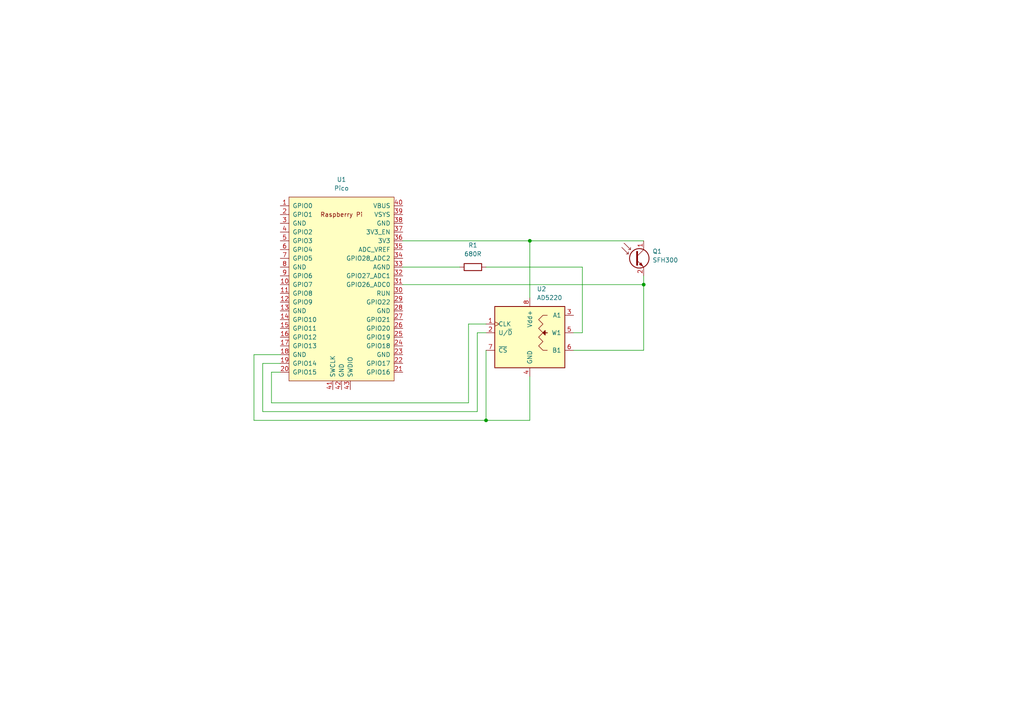
<source format=kicad_sch>
(kicad_sch (version 20211123) (generator eeschema)
  (paper "A4")
  (lib_symbols
    (symbol "Device:R" (pin_numbers hide) (pin_names (offset 0))
      (property "Reference" "R" (at 2.032 0 90))
      (property "Value" "R" (at 0 0 90))
      (symbol "R_0_1"
        (rectangle (start -1.016 -2.54) (end 1.016 2.54) (stroke (width 0.254)))
      )
      (symbol "R_1_1"
        (pin passive line (at 0 3.81 270) (length 1.27) (name "~") (number "1"))
        (pin passive line (at 0 -3.81 90) (length 1.27) (name "~") (number "2"))
      )
    )
    (symbol "Extras:AD5220" (pin_names (offset 1.016))
      (property "Reference" "U2" (at 2.0194 12.7 0))
      (property "Value" "AD5220" (at 2.0194 10.16 0))
      (symbol "AD5220_0_1"
        (rectangle (start -10.16 7.62) (end 10.16 -10.16) (stroke (width 0.254)) (fill (type background)))
        (polyline (pts (xy 4.445 0) (xy 5.08 0)) (stroke (width 0.254)))
        (polyline (pts (xy 3.81 0) (xy 4.445 0.635) (xy 4.445 -0.635) (xy 3.81 0)) (stroke (width 0.254)) (fill (type outline)))
        (polyline (pts (xy 5.08 5.08) (xy 3.81 5.08) (xy 2.54 3.81) (xy 3.81 2.54) (xy 2.54 1.27) (xy 3.81 0) (xy 2.54 -1.27) (xy 3.81 -2.54) (xy 2.54 -3.81) (xy 3.81 -5.08) (xy 5.08 -5.08) (xy 5.08 -5.08) (xy 5.08 -5.08)))
      )
      (symbol "AD5220_1_1"
        (pin input clock (at -12.7 2.54 0) (length 2.54) (name "CLK") (number "1"))
        (pin input line (at -12.7 0 0) (length 2.54) (name "U/~{D}") (number "2"))
        (pin passive line (at 12.7 5.08 180) (length 2.54) (name "A1") (number "3"))
        (pin power_in line (at 0 -12.7 90) (length 2.54) (name "GND") (number "4"))
        (pin passive line (at 12.7 0 180) (length 2.54) (name "W1") (number "5"))
        (pin passive line (at 12.7 -5.08 180) (length 2.54) (name "B1") (number "6"))
        (pin input line (at -12.7 -5.08 0) (length 2.54) (name "~{CS}") (number "7"))
        (pin power_in line (at 0 10.16 270) (length 2.54) (name "Vdd+") (number "8"))
      )
    )
    (symbol "Sensor_Optical:SFH300" (pin_names (offset 0) hide)
      (property "Reference" "Q" (at 5.08 1.27 0))
      (property "Value" "SFH300" (at 5.08 -1.27 0))
      (symbol "SFH300_0_1"
        (polyline (pts (xy -1.905 1.27) (xy -2.54 1.27)))
        (polyline (pts (xy -1.27 2.54) (xy -1.905 2.54)))
        (polyline (pts (xy 0.635 0.635) (xy 2.54 2.54)))
        (polyline (pts (xy -3.81 3.175) (xy -1.905 1.27) (xy -1.905 1.905)))
        (polyline (pts (xy -3.175 4.445) (xy -1.27 2.54) (xy -1.27 3.175)))
        (polyline (pts (xy 0.635 -0.635) (xy 2.54 -2.54) (xy 2.54 -2.54)))
        (polyline (pts (xy 0.635 1.905) (xy 0.635 -1.905) (xy 0.635 -1.905)) (stroke (width 0.508)))
        (polyline (pts (xy 1.27 -1.778) (xy 1.778 -1.27) (xy 2.286 -2.286) (xy 1.27 -1.778) (xy 1.27 -1.778)) (fill (type outline)))
        (circle (center 1.27 0) (radius 2.8194) (stroke (width 0.254)))
      )
      (symbol "SFH300_1_1"
        (pin passive line (at 2.54 5.08 270) (length 2.54) (name "C") (number "1"))
        (pin passive line (at 2.54 -5.08 90) (length 2.54) (name "E") (number "2"))
      )
    )
    (symbol "VGA-RPI:Pico" (pin_names (offset 1.016))
      (property "Reference" "U" (at -13.97 27.94 0))
      (property "Value" "Pico" (at 0 19.05 0))
      (symbol "Pico_0_0"
        (text "Raspberry Pi" (at 0 21.59 0) (effects (font (size 1.27 1.27))))
      )
      (symbol "Pico_0_1"
        (rectangle (start -15.24 26.67) (end 15.24 -26.67) (fill (type background)))
      )
      (symbol "Pico_1_1"
        (pin bidirectional line (at -17.78 24.13 0) (length 2.54) (name "GPIO0") (number "1"))
        (pin bidirectional line (at -17.78 1.27 0) (length 2.54) (name "GPIO7") (number "10"))
        (pin bidirectional line (at -17.78 -1.27 0) (length 2.54) (name "GPIO8") (number "11"))
        (pin bidirectional line (at -17.78 -3.81 0) (length 2.54) (name "GPIO9") (number "12"))
        (pin power_in line (at -17.78 -6.35 0) (length 2.54) (name "GND") (number "13"))
        (pin bidirectional line (at -17.78 -8.89 0) (length 2.54) (name "GPIO10") (number "14"))
        (pin bidirectional line (at -17.78 -11.43 0) (length 2.54) (name "GPIO11") (number "15"))
        (pin bidirectional line (at -17.78 -13.97 0) (length 2.54) (name "GPIO12") (number "16"))
        (pin bidirectional line (at -17.78 -16.51 0) (length 2.54) (name "GPIO13") (number "17"))
        (pin power_in line (at -17.78 -19.05 0) (length 2.54) (name "GND") (number "18"))
        (pin bidirectional line (at -17.78 -21.59 0) (length 2.54) (name "GPIO14") (number "19"))
        (pin bidirectional line (at -17.78 21.59 0) (length 2.54) (name "GPIO1") (number "2"))
        (pin bidirectional line (at -17.78 -24.13 0) (length 2.54) (name "GPIO15") (number "20"))
        (pin bidirectional line (at 17.78 -24.13 180) (length 2.54) (name "GPIO16") (number "21"))
        (pin bidirectional line (at 17.78 -21.59 180) (length 2.54) (name "GPIO17") (number "22"))
        (pin power_in line (at 17.78 -19.05 180) (length 2.54) (name "GND") (number "23"))
        (pin bidirectional line (at 17.78 -16.51 180) (length 2.54) (name "GPIO18") (number "24"))
        (pin bidirectional line (at 17.78 -13.97 180) (length 2.54) (name "GPIO19") (number "25"))
        (pin bidirectional line (at 17.78 -11.43 180) (length 2.54) (name "GPIO20") (number "26"))
        (pin bidirectional line (at 17.78 -8.89 180) (length 2.54) (name "GPIO21") (number "27"))
        (pin power_in line (at 17.78 -6.35 180) (length 2.54) (name "GND") (number "28"))
        (pin bidirectional line (at 17.78 -3.81 180) (length 2.54) (name "GPIO22") (number "29"))
        (pin power_in line (at -17.78 19.05 0) (length 2.54) (name "GND") (number "3"))
        (pin input line (at 17.78 -1.27 180) (length 2.54) (name "RUN") (number "30"))
        (pin bidirectional line (at 17.78 1.27 180) (length 2.54) (name "GPIO26_ADC0") (number "31"))
        (pin bidirectional line (at 17.78 3.81 180) (length 2.54) (name "GPIO27_ADC1") (number "32"))
        (pin power_in line (at 17.78 6.35 180) (length 2.54) (name "AGND") (number "33"))
        (pin bidirectional line (at 17.78 8.89 180) (length 2.54) (name "GPIO28_ADC2") (number "34"))
        (pin unspecified line (at 17.78 11.43 180) (length 2.54) (name "ADC_VREF") (number "35"))
        (pin unspecified line (at 17.78 13.97 180) (length 2.54) (name "3V3") (number "36"))
        (pin input line (at 17.78 16.51 180) (length 2.54) (name "3V3_EN") (number "37"))
        (pin bidirectional line (at 17.78 19.05 180) (length 2.54) (name "GND") (number "38"))
        (pin unspecified line (at 17.78 21.59 180) (length 2.54) (name "VSYS") (number "39"))
        (pin bidirectional line (at -17.78 16.51 0) (length 2.54) (name "GPIO2") (number "4"))
        (pin unspecified line (at 17.78 24.13 180) (length 2.54) (name "VBUS") (number "40"))
        (pin input line (at -2.54 -29.21 90) (length 2.54) (name "SWCLK") (number "41"))
        (pin power_in line (at 0 -29.21 90) (length 2.54) (name "GND") (number "42"))
        (pin bidirectional line (at 2.54 -29.21 90) (length 2.54) (name "SWDIO") (number "43"))
        (pin bidirectional line (at -17.78 13.97 0) (length 2.54) (name "GPIO3") (number "5"))
        (pin bidirectional line (at -17.78 11.43 0) (length 2.54) (name "GPIO4") (number "6"))
        (pin bidirectional line (at -17.78 8.89 0) (length 2.54) (name "GPIO5") (number "7"))
        (pin power_in line (at -17.78 6.35 0) (length 2.54) (name "GND") (number "8"))
        (pin bidirectional line (at -17.78 3.81 0) (length 2.54) (name "GPIO6") (number "9"))
      )
    )
  )
  (junction (at 140.97 121.92))
  (junction (at 153.67 69.85))
  (junction (at 186.69 82.55))
  (wire (pts (xy 140.97 77.47) (xy 168.91 77.47)))
  (wire (pts (xy 73.66 121.92) (xy 140.97 121.92)))
  (wire (pts (xy 186.69 101.6) (xy 166.37 101.6)))
  (wire (pts (xy 153.67 109.22) (xy 153.67 121.92)))
  (wire (pts (xy 78.74 116.84) (xy 135.89 116.84)))
  (wire (pts (xy 76.2 105.41) (xy 76.2 119.38)))
  (wire (pts (xy 140.97 93.98) (xy 135.89 93.98)))
  (wire (pts (xy 153.67 69.85) (xy 153.67 86.36)))
  (wire (pts (xy 168.91 96.52) (xy 166.37 96.52)))
  (wire (pts (xy 140.97 101.6) (xy 140.97 121.92)))
  (wire (pts (xy 138.43 96.52) (xy 138.43 119.38)))
  (wire (pts (xy 186.69 82.55) (xy 186.69 101.6)))
  (wire (pts (xy 116.84 82.55) (xy 186.69 82.55)))
  (wire (pts (xy 135.89 93.98) (xy 135.89 116.84)))
  (wire (pts (xy 76.2 119.38) (xy 138.43 119.38)))
  (wire (pts (xy 140.97 96.52) (xy 138.43 96.52)))
  (wire (pts (xy 78.74 107.95) (xy 78.74 116.84)))
  (wire (pts (xy 116.84 69.85) (xy 153.67 69.85)))
  (wire (pts (xy 186.69 80.01) (xy 186.69 82.55)))
  (wire (pts (xy 73.66 121.92) (xy 73.66 102.87)))
  (wire (pts (xy 78.74 107.95) (xy 81.28 107.95)))
  (wire (pts (xy 153.67 69.85) (xy 186.69 69.85)))
  (wire (pts (xy 153.67 121.92) (xy 140.97 121.92)))
  (wire (pts (xy 81.28 105.41) (xy 76.2 105.41)))
  (wire (pts (xy 116.84 77.47) (xy 133.35 77.47)))
  (wire (pts (xy 168.91 77.47) (xy 168.91 96.52)))
  (wire (pts (xy 73.66 102.87) (xy 81.28 102.87)))
  (symbol (lib_id "Device:R") (at 137.16 77.47 90) (unit 1)
    (property "Reference" "R1" (at 137.16 71.12 90))
    (property "Value" "680R" (at 137.16 73.66 90))
    (property "Footprint" "Resistor_THT:R_Axial_DIN0207_L6.3mm_D2.5mm_P7.62mm_Horizontal" (effects hide))
  )
  (symbol (lib_id "Sensor_Optical:SFH300") (at 184.15 74.93 0) (unit 1)
    (property "Reference" "Q1" (at 189.23 72.9106 0) (effects (justify left)))
    (property "Value" "SFH300" (at 189.23 75.4506 0) (effects (justify left)))
    (property "Footprint" "LED_THT:LED_D5.0mm_Clear" (effects hide))
    (property "Datasheet" "http://www.osram-os.com/Graphics/XPic2/00101785_0.pdf" (effects hide))
  )
  (symbol (lib_id "VGA-RPI:Pico") (at 99.06 83.82 0) (unit 1)
    (property "Reference" "U1" (at 99.06 52.07 0))
    (property "Value" "Pico" (at 99.06 54.61 0))
    (property "Footprint" "Pico:RPi_Pico_SMD_TH" (effects hide))
  )
  (symbol (lib_id "Extras:AD5220") (at 153.67 96.52 0) (unit 1)
    (property "Reference" "U2" (at 155.6894 83.82 0) (effects (justify left)))
    (property "Value" "AD5220" (at 155.6894 86.36 0) (effects (justify left)))
    (property "Footprint" "Package_DIP:DIP-8_W7.62mm" (effects hide))
    (property "Datasheet" "https://www.analog.com/media/en/technical-documentation/data-sheets/AD5220.pdf" (effects hide))
  )
)
</source>
